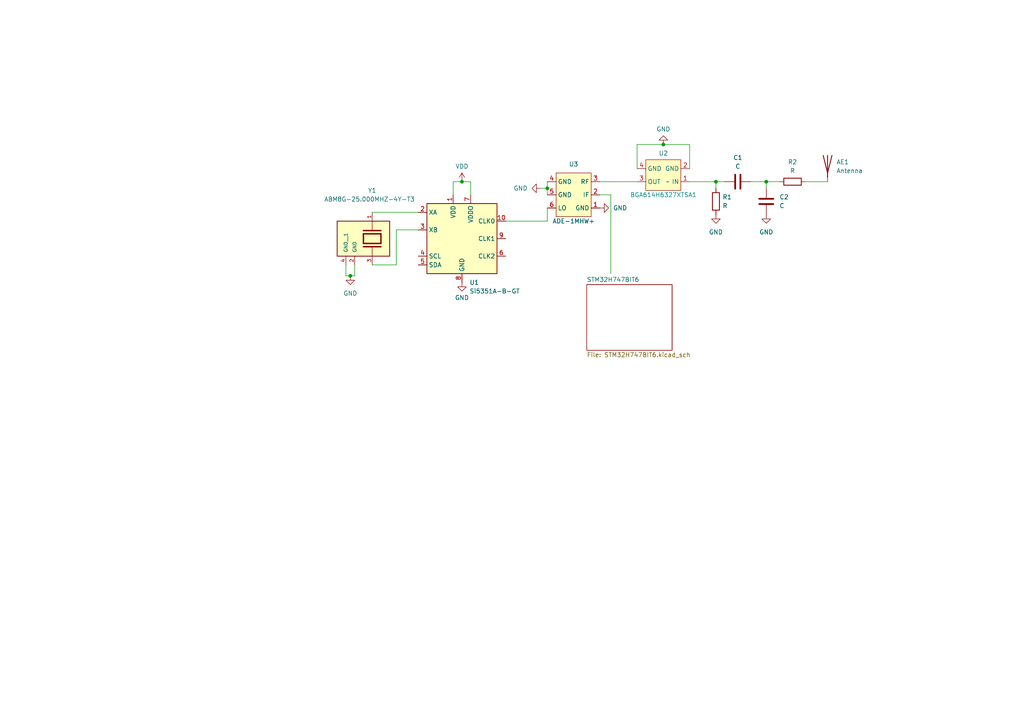
<source format=kicad_sch>
(kicad_sch (version 20230121) (generator eeschema)
  (paper "A4")
  (lib_symbols
    (symbol "ABM8G-25.000MHZ-4Y-T3:ABM8G-25.000MHZ-4Y-T3" (pin_names (offset 1.016))
      (property "Reference" "Y" (at -5.08 6.35 0))
      (property "Value" "ABM8G-25.000MHZ-4Y-T3" (at -12.7 -12.7 0))
      (symbol "ABM8G-25.000MHZ-4Y-T3_0_0"
        (rectangle (start -5.08 -10.16) (end 5.08 5.08) (stroke (width 0.254)) (fill (type background)))
        (polyline (pts (xy -5.08 0) (xy -2.54 0)) (stroke (width 0.1524)))
        (polyline (pts (xy -2.3368 2.54) (xy -2.3368 -2.54)) (stroke (width 0.4064)))
        (polyline (pts (xy -1.397 2.54) (xy -1.397 -2.54)) (stroke (width 0.4064)))
        (polyline (pts (xy -1.397 2.54) (xy 1.397 2.54)) (stroke (width 0.4064)))
        (polyline (pts (xy 1.397 -2.54) (xy -1.397 -2.54)) (stroke (width 0.4064)))
        (polyline (pts (xy 1.397 2.54) (xy 1.397 -2.54)) (stroke (width 0.4064)))
        (polyline (pts (xy 2.3368 2.54) (xy 2.3368 -2.54)) (stroke (width 0.4064)))
        (polyline (pts (xy 2.54 0) (xy 5.08 0)) (stroke (width 0.1524)))
        (pin passive line (at -7.62 0 0) (length 2.54) (name "~") (number "1"))
        (pin power_in line (at 7.62 -5.08 180) (length 2.54) (name "GND") (number "2"))
        (pin passive line (at 7.62 0 180) (length 2.54) (name "~") (number "3"))
        (pin power_in line (at 7.62 -7.62 180) (length 2.54) (name "GND__1") (number "4"))
      )
    )
    (symbol "ADE-1MHW+:ADE-1MHW+"
      (property "Reference" "U" (at 0 7.62 0))
      (symbol "ADE-1MHW+_1_1"
        (rectangle (start -5.08 6.35) (end 5.08 -6.35) (fill (type background)))
        (pin power_in line (at -7.62 3.81 0) (length 2.54) (name "GND") (number "1"))
        (pin input line (at -7.62 0 0) (length 2.54) (name "IF") (number "2"))
        (pin input line (at -7.62 -3.81 0) (length 2.54) (name "RF") (number "3"))
        (pin power_in line (at 7.62 -3.81 180) (length 2.54) (name "GND") (number "4"))
        (pin power_in line (at 7.62 0 180) (length 2.54) (name "GND") (number "5"))
        (pin input line (at 7.62 3.81 180) (length 2.54) (name "LO") (number "6"))
      )
    )
    (symbol "BGA614H6327XTSA1:BGA614H6327XTSA1"
      (property "Reference" "U2" (at 0.0001 -6.985 0))
      (property "Value" "~" (at -1.27 1.27 0))
      (symbol "BGA614H6327XTSA1_1_1"
        (rectangle (start -5.08 3.81) (end 5.08 -5.08) (fill (type background)))
        (text "BGA614H6327XTSA1" (at 0 5.08 0) (effects (font (size 1.27 1.27))))
        (pin input line (at -7.62 1.27 0) (length 2.54) (name "IN") (number "1"))
        (pin power_out line (at -7.62 -2.54 0) (length 2.54) (name "GND") (number "2"))
        (pin output line (at 7.62 1.27 180) (length 2.54) (name "OUT") (number "3"))
        (pin power_out line (at 7.62 -2.54 180) (length 2.54) (name "GND") (number "4"))
      )
    )
    (symbol "Device:Antenna" (pin_numbers hide) (pin_names (offset 1.016) hide)
      (property "Reference" "AE" (at -1.905 1.905 0))
      (property "Value" "Antenna" (at -1.905 0 0))
      (symbol "Antenna_0_1"
        (polyline (pts (xy 0 2.54) (xy 0 -3.81)) (stroke (width 0.254)))
        (polyline (pts (xy 1.27 2.54) (xy 0 -2.54) (xy -1.27 2.54)) (stroke (width 0.254)))
      )
      (symbol "Antenna_1_1"
        (pin input line (at 0 -5.08 90) (length 2.54) (name "A") (number "1"))
      )
    )
    (symbol "Device:C" (pin_numbers hide) (pin_names (offset 0.254))
      (property "Reference" "C" (at 0.635 2.54 0))
      (property "Value" "C" (at 0.635 -2.54 0))
      (symbol "C_0_1"
        (polyline (pts (xy -2.032 -0.762) (xy 2.032 -0.762)) (stroke (width 0.508)))
        (polyline (pts (xy -2.032 0.762) (xy 2.032 0.762)) (stroke (width 0.508)))
      )
      (symbol "C_1_1"
        (pin passive line (at 0 3.81 270) (length 2.794) (name "~") (number "1"))
        (pin passive line (at 0 -3.81 90) (length 2.794) (name "~") (number "2"))
      )
    )
    (symbol "Device:R" (pin_numbers hide) (pin_names (offset 0))
      (property "Reference" "R" (at 2.032 0 90))
      (property "Value" "R" (at 0 0 90))
      (symbol "R_0_1"
        (rectangle (start -1.016 -2.54) (end 1.016 2.54) (stroke (width 0.254)))
      )
      (symbol "R_1_1"
        (pin passive line (at 0 3.81 270) (length 1.27) (name "~") (number "1"))
        (pin passive line (at 0 -3.81 90) (length 1.27) (name "~") (number "2"))
      )
    )
    (symbol "Oscillator:Si5351A-B-GT"
      (property "Reference" "U" (at -8.89 11.43 0))
      (property "Value" "Si5351A-B-GT" (at -12.7 -12.7 0))
      (symbol "Si5351A-B-GT_0_1"
        (rectangle (start -10.16 10.16) (end 10.16 -10.16) (stroke (width 0.254)) (fill (type background)))
      )
      (symbol "Si5351A-B-GT_1_1"
        (pin power_in line (at -2.54 12.7 270) (length 2.54) (name "VDD") (number "1"))
        (pin output line (at 12.7 5.08 180) (length 2.54) (name "CLK0") (number "10"))
        (pin input line (at -12.7 7.62 0) (length 2.54) (name "XA") (number "2"))
        (pin input line (at -12.7 2.54 0) (length 2.54) (name "XB") (number "3"))
        (pin input line (at -12.7 -5.08 0) (length 2.54) (name "SCL") (number "4"))
        (pin bidirectional line (at -12.7 -7.62 0) (length 2.54) (name "SDA") (number "5"))
        (pin output line (at 12.7 -5.08 180) (length 2.54) (name "CLK2") (number "6"))
        (pin power_in line (at 2.54 12.7 270) (length 2.54) (name "VDDO") (number "7"))
        (pin power_in line (at 0 -12.7 90) (length 2.54) (name "GND") (number "8"))
        (pin output line (at 12.7 0 180) (length 2.54) (name "CLK1") (number "9"))
      )
    )
    (symbol "power:GND" (power) (pin_names (offset 0))
      (property "Value" "GND" (at 0 -3.81 0))
      (symbol "GND_0_1"
        (polyline (pts (xy 0 0) (xy 0 -1.27) (xy 1.27 -1.27) (xy 0 -2.54) (xy -1.27 -1.27) (xy 0 -1.27)))
      )
      (symbol "GND_1_1"
        (pin power_in line (at 0 0 270) (length 0) hide (name "GND") (number "1"))
      )
    )
    (symbol "power:VDD" (power) (pin_names (offset 0))
      (property "Value" "VDD" (at 0 3.81 0))
      (symbol "VDD_0_1"
        (polyline (pts (xy -0.762 1.27) (xy 0 2.54)))
        (polyline (pts (xy 0 0) (xy 0 2.54)))
        (polyline (pts (xy 0 2.54) (xy 0.762 1.27)))
      )
      (symbol "VDD_1_1"
        (pin power_in line (at 0 0 90) (length 0) hide (name "VDD") (number "1"))
      )
    )
  )
  (junction (at 158.75 54.61))
  (junction (at 222.25 52.705))
  (junction (at 133.985 52.705))
  (junction (at 207.645 52.705))
  (junction (at 192.405 41.91))
  (junction (at 101.6 80.01))
  (wire (pts (xy 131.445 52.705) (xy 133.985 52.705)))
  (wire (pts (xy 107.95 76.835) (xy 114.935 76.835)))
  (wire (pts (xy 217.805 52.705) (xy 222.25 52.705)))
  (wire (pts (xy 200.025 41.91) (xy 192.405 41.91)))
  (wire (pts (xy 102.87 76.835) (xy 102.87 80.01)))
  (wire (pts (xy 158.75 52.705) (xy 158.75 54.61)))
  (wire (pts (xy 146.685 64.135) (xy 158.75 64.135)))
  (wire (pts (xy 156.845 54.61) (xy 158.75 54.61)))
  (wire (pts (xy 222.25 52.705) (xy 222.25 54.61)))
  (wire (pts (xy 210.185 52.705) (xy 207.645 52.705)))
  (wire (pts (xy 136.525 52.705) (xy 133.985 52.705)))
  (wire (pts (xy 107.95 61.595) (xy 121.285 61.595)))
  (wire (pts (xy 114.935 66.675) (xy 121.285 66.675)))
  (wire (pts (xy 200.025 52.705) (xy 207.645 52.705)))
  (wire (pts (xy 136.525 56.515) (xy 136.525 52.705)))
  (wire (pts (xy 222.25 52.705) (xy 226.06 52.705)))
  (wire (pts (xy 184.785 41.91) (xy 192.405 41.91)))
  (wire (pts (xy 177.165 56.515) (xy 177.165 79.375)))
  (wire (pts (xy 184.785 41.91) (xy 184.785 48.895)))
  (wire (pts (xy 173.99 52.705) (xy 184.785 52.705)))
  (wire (pts (xy 131.445 56.515) (xy 131.445 52.705)))
  (wire (pts (xy 102.87 80.01) (xy 101.6 80.01)))
  (wire (pts (xy 233.68 52.705) (xy 240.03 52.705)))
  (wire (pts (xy 158.75 54.61) (xy 158.75 56.515)))
  (wire (pts (xy 207.645 52.705) (xy 207.645 54.61)))
  (wire (pts (xy 100.33 80.01) (xy 101.6 80.01)))
  (wire (pts (xy 200.025 48.895) (xy 200.025 41.91)))
  (wire (pts (xy 100.33 76.835) (xy 100.33 80.01)))
  (wire (pts (xy 158.75 64.135) (xy 158.75 60.325)))
  (wire (pts (xy 173.99 56.515) (xy 177.165 56.515)))
  (wire (pts (xy 114.935 76.835) (xy 114.935 66.675)))
  (symbol (lib_id "power:GND") (at 222.25 62.23 0) (unit 1)
    (property "Reference" "#PWR06" (effects hide))
    (property "Value" "GND" (at 222.25 67.31 0))
  )
  (symbol (lib_id "Device:R") (at 207.645 58.42 0) (unit 1)
    (property "Reference" "R1" (at 209.55 57.15 0) (effects (justify left)))
    (property "Value" "R" (at 209.55 59.69 0) (effects (justify left)))
  )
  (symbol (lib_id "Device:Antenna") (at 240.03 47.625 0) (unit 1)
    (property "Reference" "AE1" (at 242.57 46.99 0) (effects (justify left)))
    (property "Value" "Antenna" (at 242.57 49.53 0) (effects (justify left)))
  )
  (symbol (lib_id "ABM8G-25.000MHZ-4Y-T3:ABM8G-25.000MHZ-4Y-T3") (at 107.95 69.215 270) (unit 1)
    (property "Reference" "Y1" (at 106.68 55.245 90) (effects (justify left)))
    (property "Value" "ABM8G-25.000MHZ-4Y-T3" (at 93.98 57.785 90) (effects (justify left)))
    (property "Footprint" "XTAL_ABM8G-25.000MHZ-4Y-T3" (effects hide))
    (property "PARTREV" "08.13.15" (effects hide))
    (property "STANDARD" "Manufacturer Recommendations" (effects hide))
    (property "MAXIMUM_PACKAGE_HEIGHT" "1.0 mm" (effects hide))
    (property "MANUFACTURER" "Abracon" (effects hide))
  )
  (symbol (lib_id "ADE-1MHW+:ADE-1MHW+") (at 166.37 56.515 180) (unit 1)
    (property "Reference" "U3" (at 166.37 47.625 0))
    (property "Value" "ADE-1MHW+" (at 166.37 64.135 0))
  )
  (symbol (lib_id "power:GND") (at 133.985 81.915 0) (unit 1)
    (property "Reference" "#PWR02" (effects hide))
    (property "Value" "GND" (at 133.985 86.36 0))
  )
  (symbol (lib_id "Device:R") (at 229.87 52.705 90) (unit 1)
    (property "Reference" "R2" (at 229.87 46.99 90))
    (property "Value" "R" (at 229.87 49.53 90))
  )
  (symbol (lib_id "power:GND") (at 156.845 54.61 270) (unit 1)
    (property "Reference" "#PWR07" (effects hide))
    (property "Value" "GND" (at 153.035 54.61 90) (effects (justify right)))
  )
  (symbol (lib_id "Device:C") (at 222.25 58.42 0) (unit 1)
    (property "Reference" "C2" (at 226.06 57.15 0) (effects (justify left)))
    (property "Value" "C" (at 226.06 59.69 0) (effects (justify left)))
  )
  (symbol (lib_id "Device:C") (at 213.995 52.705 90) (unit 1)
    (property "Reference" "C1" (at 213.995 45.72 90))
    (property "Value" "C" (at 213.995 48.26 90))
  )
  (symbol (lib_id "power:VDD") (at 133.985 52.705 0) (unit 1)
    (property "Reference" "#PWR03" (effects hide))
    (property "Value" "VDD" (at 133.985 48.26 0))
  )
  (symbol (lib_id "Oscillator:Si5351A-B-GT") (at 133.985 69.215 0) (unit 1)
    (property "Reference" "U1" (at 136.1791 81.915 0) (effects (justify left)))
    (property "Value" "Si5351A-B-GT" (at 136.1791 84.455 0) (effects (justify left)))
    (property "Footprint" "Package_SO:MSOP-10_3x3mm_P0.5mm" (effects hide))
    (property "Datasheet" "https://www.silabs.com/documents/public/data-sheets/Si5351-B.pdf" (effects hide))
  )
  (symbol (lib_id "BGA614H6327XTSA1:BGA614H6327XTSA1") (at 192.405 51.435 180) (unit 1)
    (property "Reference" "U2" (at 192.4049 44.45 0))
    (property "Value" "~" (at 193.675 52.705 0))
  )
  (symbol (lib_id "power:GND") (at 207.645 62.23 0) (unit 1)
    (property "Reference" "#PWR05" (effects hide))
    (property "Value" "GND" (at 207.645 67.31 0))
  )
  (symbol (lib_id "power:GND") (at 192.405 41.91 180) (unit 1)
    (property "Reference" "#PWR04" (effects hide))
    (property "Value" "GND" (at 192.405 37.465 0))
  )
  (symbol (lib_id "power:GND") (at 101.6 80.01 0) (unit 1)
    (property "Reference" "#PWR01" (effects hide))
    (property "Value" "GND" (at 101.6 85.09 0))
  )
  (symbol (lib_id "power:GND") (at 173.99 60.325 90) (unit 1)
    (property "Reference" "#PWR08" (effects hide))
    (property "Value" "GND" (at 177.8 60.325 90) (effects (justify right)))
  )
  (sheet (at 170.18 82.55) (size 24.765 19.05) (stroke (width 0.1524))
    (property "Sheetname" "STM32H747BIT6" (at 170.18 81.8384 0) (effects (justify left bottom)))
    (property "Sheetfile" "STM32H747BIT6.kicad_sch" (at 170.18 102.1846 0) (effects (justify left top)))
  )
)
</source>
